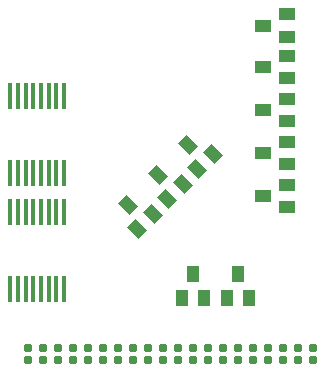
<source format=gbr>
G04 GENERATED BY PULSONIX 12.5 GERBER.DLL 9449*
G04 #@! TF.GenerationSoftware,Pulsonix,Pulsonix,12.5.9449*
G04 #@! TF.CreationDate,2024-02-09T14:36:55--1:00*
G04 #@! TF.Part,Single*
%FSLAX35Y35*%
%LPD*%
%MOMM*%
G04 #@! TF.FileFunction,Paste,Bot*
G04 #@! TF.FilePolarity,Positive*
G04 #@! TA.AperFunction,SMDPad,CuDef*
%AMT96*0 Rounded Rectangle pad*4,1,20,0.25000,0.30000,-0.25000,0.30000,-0.26913,0.29619,-0.28535,0.28535,-0.29619,0.26913,-0.30000,0.25000,-0.30000,-0.25000,-0.29619,-0.26913,-0.28535,-0.28535,-0.26913,-0.29619,-0.25000,-0.30000,0.25000,-0.30000,0.26913,-0.29619,0.28535,-0.28535,0.29619,-0.26913,0.30000,-0.25000,0.30000,0.25000,0.29619,0.26913,0.28535,0.28535,0.26913,0.29619,0.25000,0.30000,0*%
%ADD96T96*%
%ADD97R,0.43000X2.25000*%
%ADD98R,1.32080X0.99060*%
%AMT99*0 Rectangle Pad at angle 45*21,1,0.99060,1.32080,0,0,45*%
%ADD99T99*%
%ADD100R,0.99060X1.32080*%
G04 #@! TD.AperFunction*
X0Y0D02*
D02*
D96*
X749625Y862375D03*
Y962375D03*
X876625Y862375D03*
Y962375D03*
X1003625Y862375D03*
Y962375D03*
X1130625Y862375D03*
Y962375D03*
X1257625Y862375D03*
Y962375D03*
X1384625Y862375D03*
Y962375D03*
X1511625Y862375D03*
Y962375D03*
X1638625Y862375D03*
Y962375D03*
X1765625Y862375D03*
Y962375D03*
X1892625Y862375D03*
Y962375D03*
X2019625Y862375D03*
Y962375D03*
X2146625Y862375D03*
Y962375D03*
X2273625Y862375D03*
Y962375D03*
X2400625Y862375D03*
Y962375D03*
X2527625Y862375D03*
Y962375D03*
X2654625Y862375D03*
Y962375D03*
X2781625Y862375D03*
Y962375D03*
X2908625Y862375D03*
Y962375D03*
X3035625Y862375D03*
Y962375D03*
X3162625Y862375D03*
Y962375D03*
D02*
D97*
X601500Y1458000D03*
Y2113000D03*
Y2442250D03*
Y3097250D03*
X666500Y1458000D03*
Y2113000D03*
Y2442250D03*
Y3097250D03*
X731500Y1458000D03*
Y2113000D03*
Y2442250D03*
Y3097250D03*
X796500Y1458000D03*
Y2113000D03*
Y2442250D03*
Y3097250D03*
X861500Y1458000D03*
Y2113000D03*
Y2442250D03*
Y3097250D03*
X926500Y1458000D03*
Y2113000D03*
Y2442250D03*
Y3097250D03*
X991500Y1458000D03*
Y2113000D03*
Y2442250D03*
Y3097250D03*
X1056500Y1458000D03*
Y2113000D03*
Y2442250D03*
Y3097250D03*
D02*
D98*
X2743601Y2245875D03*
Y2611000D03*
Y2976125D03*
Y3341250D03*
Y3690500D03*
X2946649Y2150879D03*
Y2340871D03*
Y2516004D03*
Y2705996D03*
Y2881129D03*
Y3071121D03*
Y3246254D03*
Y3436246D03*
Y3595504D03*
Y3785496D03*
D02*
D99*
X1598587Y2174788D03*
X1674991Y1964039D03*
X1809336Y2098384D03*
X1852587Y2428788D03*
X1928991Y2218039D03*
X2063336Y2352384D03*
X2106587Y2682788D03*
X2182991Y2472039D03*
X2317336Y2606384D03*
D02*
D100*
X2051629Y1382351D03*
X2146625Y1585399D03*
X2241621Y1382351D03*
X2432629D03*
X2527625Y1585399D03*
X2622621Y1382351D03*
X0Y0D02*
M02*

</source>
